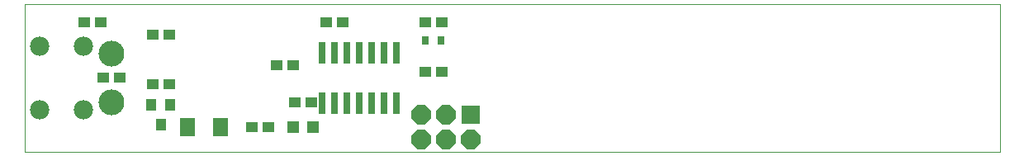
<source format=gts>
G75*
G70*
%OFA0B0*%
%FSLAX24Y24*%
%IPPOS*%
%LPD*%
%AMOC8*
5,1,8,0,0,1.08239X$1,22.5*
%
%ADD10C,0.0000*%
%ADD11R,0.0280X0.0910*%
%ADD12R,0.0780X0.0780*%
%ADD13OC8,0.0780*%
%ADD14R,0.0440X0.0490*%
%ADD15R,0.0473X0.0434*%
%ADD16C,0.0780*%
%ADD17R,0.0276X0.0355*%
%ADD18R,0.0512X0.0512*%
%ADD19C,0.1040*%
%ADD20R,0.0591X0.0749*%
D10*
X000151Y001048D02*
X000151Y007044D01*
X039521Y007044D01*
X039521Y001048D01*
X000151Y001048D01*
D11*
X012151Y003023D03*
X012651Y003023D03*
X013151Y003023D03*
X013651Y003023D03*
X014151Y003023D03*
X014651Y003023D03*
X015151Y003023D03*
X015151Y005073D03*
X014651Y005073D03*
X014151Y005073D03*
X013651Y005073D03*
X013151Y005073D03*
X012651Y005073D03*
X012151Y005073D03*
D12*
X018151Y002548D03*
D13*
X017151Y002548D03*
X016151Y002548D03*
X016151Y001548D03*
X017151Y001548D03*
X018151Y001548D03*
D14*
X006025Y002948D03*
X005277Y002948D03*
X005651Y002148D03*
D15*
X009317Y002048D03*
X009986Y002048D03*
X011067Y003048D03*
X011736Y003048D03*
X005986Y003798D03*
X005317Y003798D03*
X003986Y004048D03*
X003317Y004048D03*
X010317Y004548D03*
X010986Y004548D03*
X016317Y004298D03*
X016986Y004298D03*
X016986Y006298D03*
X016317Y006298D03*
X012986Y006298D03*
X012317Y006298D03*
X005986Y005798D03*
X005317Y005798D03*
X003236Y006298D03*
X002567Y006298D03*
D16*
X002541Y005328D03*
X000761Y005328D03*
X000761Y002768D03*
X002541Y002768D03*
D17*
X016336Y005548D03*
X016966Y005548D03*
D18*
X011815Y002048D03*
X010988Y002048D03*
D19*
X003651Y003064D03*
X003651Y005032D03*
D20*
X006732Y002048D03*
X008070Y002048D03*
M02*

</source>
